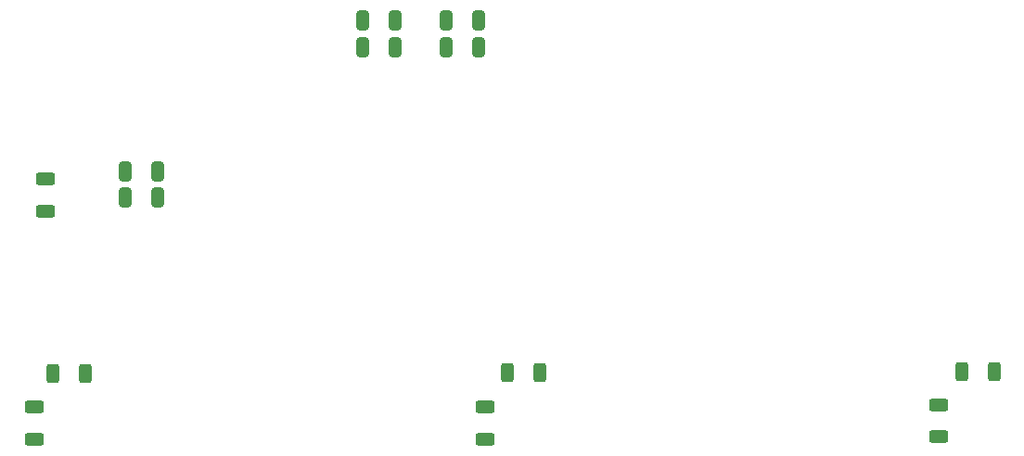
<source format=gbp>
G04 #@! TF.GenerationSoftware,KiCad,Pcbnew,7.0.8*
G04 #@! TF.CreationDate,2023-10-29T22:23:11+01:00*
G04 #@! TF.ProjectId,sumec,73756d65-632e-46b6-9963-61645f706362,rev?*
G04 #@! TF.SameCoordinates,Original*
G04 #@! TF.FileFunction,Paste,Bot*
G04 #@! TF.FilePolarity,Positive*
%FSLAX46Y46*%
G04 Gerber Fmt 4.6, Leading zero omitted, Abs format (unit mm)*
G04 Created by KiCad (PCBNEW 7.0.8) date 2023-10-29 22:23:11*
%MOMM*%
%LPD*%
G01*
G04 APERTURE LIST*
G04 Aperture macros list*
%AMRoundRect*
0 Rectangle with rounded corners*
0 $1 Rounding radius*
0 $2 $3 $4 $5 $6 $7 $8 $9 X,Y pos of 4 corners*
0 Add a 4 corners polygon primitive as box body*
4,1,4,$2,$3,$4,$5,$6,$7,$8,$9,$2,$3,0*
0 Add four circle primitives for the rounded corners*
1,1,$1+$1,$2,$3*
1,1,$1+$1,$4,$5*
1,1,$1+$1,$6,$7*
1,1,$1+$1,$8,$9*
0 Add four rect primitives between the rounded corners*
20,1,$1+$1,$2,$3,$4,$5,0*
20,1,$1+$1,$4,$5,$6,$7,0*
20,1,$1+$1,$6,$7,$8,$9,0*
20,1,$1+$1,$8,$9,$2,$3,0*%
G04 Aperture macros list end*
%ADD10RoundRect,0.250000X-0.625000X0.312500X-0.625000X-0.312500X0.625000X-0.312500X0.625000X0.312500X0*%
%ADD11RoundRect,0.250000X0.312500X0.625000X-0.312500X0.625000X-0.312500X-0.625000X0.312500X-0.625000X0*%
%ADD12RoundRect,0.250000X-0.325000X-0.650000X0.325000X-0.650000X0.325000X0.650000X-0.325000X0.650000X0*%
%ADD13RoundRect,0.250000X0.625000X-0.312500X0.625000X0.312500X-0.625000X0.312500X-0.625000X-0.312500X0*%
G04 APERTURE END LIST*
D10*
X234492800Y-95870300D03*
X234492800Y-98795300D03*
D11*
X239511300Y-92811600D03*
X236586300Y-92811600D03*
D12*
X189500000Y-60756800D03*
X192450000Y-60756800D03*
X181875000Y-60800000D03*
X184825000Y-60800000D03*
D11*
X156554900Y-93014800D03*
X153629900Y-93014800D03*
X198058500Y-92964000D03*
X195133500Y-92964000D03*
D10*
X151892000Y-96073500D03*
X151892000Y-98998500D03*
D12*
X160250000Y-76911200D03*
X163200000Y-76911200D03*
D10*
X193040000Y-96073500D03*
X193040000Y-98998500D03*
D12*
X181875000Y-63250000D03*
X184825000Y-63250000D03*
X160250000Y-74523600D03*
X163200000Y-74523600D03*
D13*
X152908000Y-78170500D03*
X152908000Y-75245500D03*
D12*
X189500000Y-63246000D03*
X192450000Y-63246000D03*
M02*

</source>
